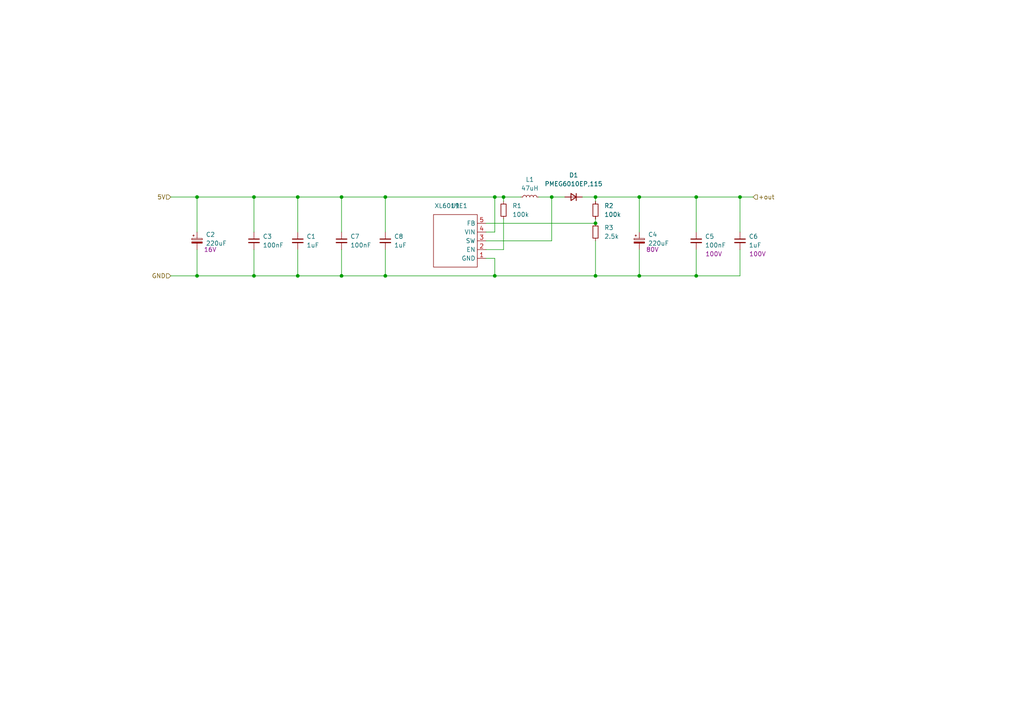
<source format=kicad_sch>
(kicad_sch (version 20230121) (generator eeschema)
  (paper "A4")
  (lib_symbols
    (symbol "Device:C_Polarized_Small" (pin_numbers hide) (pin_names (offset 0.254) hide)
      (property "Reference" "C" (at 0.254 1.778 0))
      (property "Value" "C_Polarized_Small" (at 0.254 -2.032 0))
      (symbol "C_Polarized_Small_0_1"
        (rectangle (start -1.524 -0.3048) (end 1.524 -0.6858) (fill (type outline)))
        (rectangle (start -1.524 0.6858) (end 1.524 0.3048))
        (polyline (pts (xy -1.27 1.524) (xy -0.762 1.524)))
        (polyline (pts (xy -1.016 1.27) (xy -1.016 1.778)))
      )
      (symbol "C_Polarized_Small_1_1"
        (pin passive line (at 0 2.54 270) (length 1.8542) (name "~") (number "1"))
        (pin passive line (at 0 -2.54 90) (length 1.8542) (name "~") (number "2"))
      )
    )
    (symbol "Device:C_Small" (pin_numbers hide) (pin_names (offset 0.254) hide)
      (property "Reference" "C" (at 0.254 1.778 0))
      (property "Value" "C_Small" (at 0.254 -2.032 0))
      (symbol "C_Small_0_1"
        (polyline (pts (xy -1.524 -0.508) (xy 1.524 -0.508)) (stroke (width 0.3302)))
        (polyline (pts (xy -1.524 0.508) (xy 1.524 0.508)) (stroke (width 0.3048)))
      )
      (symbol "C_Small_1_1"
        (pin passive line (at 0 2.54 270) (length 2.032) (name "~") (number "1"))
        (pin passive line (at 0 -2.54 90) (length 2.032) (name "~") (number "2"))
      )
    )
    (symbol "Device:D_Small" (pin_numbers hide) (pin_names (offset 0.254) hide)
      (property "Reference" "D" (at -1.27 2.032 0))
      (property "Value" "D_Small" (at -3.81 -2.032 0))
      (symbol "D_Small_0_1"
        (polyline (pts (xy -0.762 -1.016) (xy -0.762 1.016)) (stroke (width 0.254)))
        (polyline (pts (xy -0.762 0) (xy 0.762 0)))
        (polyline (pts (xy 0.762 -1.016) (xy -0.762 0) (xy 0.762 1.016) (xy 0.762 -1.016)) (stroke (width 0.254)))
      )
      (symbol "D_Small_1_1"
        (pin passive line (at -2.54 0 0) (length 1.778) (name "K") (number "1"))
        (pin passive line (at 2.54 0 180) (length 1.778) (name "A") (number "2"))
      )
    )
    (symbol "Device:L_Small" (pin_numbers hide) (pin_names (offset 0.254) hide)
      (property "Reference" "L" (at 0.762 1.016 0))
      (property "Value" "L_Small" (at 0.762 -1.016 0))
      (symbol "L_Small_0_1"
        (arc (start 0 -2.032) (mid 0.5058 -1.524) (end 0 -1.016))
        (arc (start 0 -1.016) (mid 0.5058 -0.508) (end 0 0))
        (arc (start 0 0) (mid 0.5058 0.508) (end 0 1.016))
        (arc (start 0 1.016) (mid 0.5058 1.524) (end 0 2.032))
      )
      (symbol "L_Small_1_1"
        (pin passive line (at 0 2.54 270) (length 0.508) (name "~") (number "1"))
        (pin passive line (at 0 -2.54 90) (length 0.508) (name "~") (number "2"))
      )
    )
    (symbol "Device:R_Small" (pin_numbers hide) (pin_names (offset 0.254) hide)
      (property "Reference" "R" (at 0.762 0.508 0))
      (property "Value" "R_Small" (at 0.762 -1.016 0))
      (symbol "R_Small_0_1"
        (rectangle (start -0.762 1.778) (end 0.762 -1.778) (stroke (width 0.2032)))
      )
      (symbol "R_Small_1_1"
        (pin passive line (at 0 2.54 270) (length 0.762) (name "~") (number "1"))
        (pin passive line (at 0 -2.54 90) (length 0.762) (name "~") (number "2"))
      )
    )
    (symbol "b146:XL6019E1"
      (property "Reference" "U" (at 0 10.16 0))
      (symbol "XL6019E1_0_1"
        (rectangle (start -5.08 7.62) (end 7.62 -7.62))
      )
      (symbol "XL6019E1_1_1"
        (pin unspecified line (at 10.16 -5.08 180) (length 2.54) (name "GND") (number "1"))
        (pin unspecified line (at 10.16 -2.54 180) (length 2.54) (name "EN") (number "2"))
        (pin unspecified line (at 10.16 0 180) (length 2.54) (name "SW") (number "3"))
        (pin unspecified line (at 10.16 2.54 180) (length 2.54) (name "VIN") (number "4"))
        (pin unspecified line (at 10.16 5.08 180) (length 2.54) (name "FB") (number "5"))
      )
    )
  )
  (junction (at 201.93 80.01))
  (junction (at 172.72 64.77))
  (junction (at 99.06 57.15))
  (junction (at 57.15 57.15))
  (junction (at 86.36 80.01))
  (junction (at 201.93 57.15))
  (junction (at 172.72 80.01))
  (junction (at 185.42 57.15))
  (junction (at 73.66 57.15))
  (junction (at 172.72 57.15))
  (junction (at 99.06 80.01))
  (junction (at 73.66 80.01))
  (junction (at 185.42 80.01))
  (junction (at 143.51 57.15))
  (junction (at 57.15 80.01))
  (junction (at 160.02 57.15))
  (junction (at 214.63 57.15))
  (junction (at 111.76 57.15))
  (junction (at 111.76 80.01))
  (junction (at 146.05 57.15))
  (junction (at 86.36 57.15))
  (junction (at 143.51 80.01))
  (wire (pts (xy 73.66 57.15) (xy 73.66 67.31)))
  (wire (pts (xy 214.63 67.31) (xy 214.63 57.15)))
  (wire (pts (xy 146.05 57.15) (xy 146.05 58.42)))
  (wire (pts (xy 160.02 69.85) (xy 160.02 57.15)))
  (wire (pts (xy 86.36 67.31) (xy 86.36 57.15)))
  (wire (pts (xy 185.42 80.01) (xy 201.93 80.01)))
  (wire (pts (xy 99.06 57.15) (xy 99.06 67.31)))
  (wire (pts (xy 214.63 57.15) (xy 218.44 57.15)))
  (wire (pts (xy 201.93 72.39) (xy 201.93 80.01)))
  (wire (pts (xy 185.42 72.39) (xy 185.42 80.01)))
  (wire (pts (xy 111.76 67.31) (xy 111.76 57.15)))
  (wire (pts (xy 156.21 57.15) (xy 160.02 57.15)))
  (wire (pts (xy 146.05 57.15) (xy 151.13 57.15)))
  (wire (pts (xy 201.93 57.15) (xy 214.63 57.15)))
  (wire (pts (xy 57.15 72.39) (xy 57.15 80.01)))
  (wire (pts (xy 86.36 57.15) (xy 99.06 57.15)))
  (wire (pts (xy 99.06 72.39) (xy 99.06 80.01)))
  (wire (pts (xy 49.53 80.01) (xy 57.15 80.01)))
  (wire (pts (xy 201.93 57.15) (xy 201.93 67.31)))
  (wire (pts (xy 172.72 80.01) (xy 185.42 80.01)))
  (wire (pts (xy 201.93 80.01) (xy 214.63 80.01)))
  (wire (pts (xy 140.97 69.85) (xy 160.02 69.85)))
  (wire (pts (xy 86.36 72.39) (xy 86.36 80.01)))
  (wire (pts (xy 99.06 57.15) (xy 111.76 57.15)))
  (wire (pts (xy 146.05 72.39) (xy 140.97 72.39)))
  (wire (pts (xy 140.97 64.77) (xy 172.72 64.77)))
  (wire (pts (xy 172.72 80.01) (xy 143.51 80.01)))
  (wire (pts (xy 160.02 57.15) (xy 163.83 57.15)))
  (wire (pts (xy 185.42 57.15) (xy 185.42 67.31)))
  (wire (pts (xy 143.51 57.15) (xy 143.51 67.31)))
  (wire (pts (xy 111.76 72.39) (xy 111.76 80.01)))
  (wire (pts (xy 143.51 67.31) (xy 140.97 67.31)))
  (wire (pts (xy 57.15 80.01) (xy 73.66 80.01)))
  (wire (pts (xy 172.72 64.77) (xy 172.72 63.5)))
  (wire (pts (xy 99.06 80.01) (xy 111.76 80.01)))
  (wire (pts (xy 143.51 80.01) (xy 143.51 74.93)))
  (wire (pts (xy 172.72 57.15) (xy 185.42 57.15)))
  (wire (pts (xy 111.76 80.01) (xy 143.51 80.01)))
  (wire (pts (xy 172.72 58.42) (xy 172.72 57.15)))
  (wire (pts (xy 57.15 57.15) (xy 57.15 67.31)))
  (wire (pts (xy 73.66 80.01) (xy 86.36 80.01)))
  (wire (pts (xy 111.76 57.15) (xy 143.51 57.15)))
  (wire (pts (xy 172.72 69.85) (xy 172.72 80.01)))
  (wire (pts (xy 185.42 57.15) (xy 201.93 57.15)))
  (wire (pts (xy 214.63 72.39) (xy 214.63 80.01)))
  (wire (pts (xy 73.66 72.39) (xy 73.66 80.01)))
  (wire (pts (xy 172.72 57.15) (xy 168.91 57.15)))
  (wire (pts (xy 57.15 57.15) (xy 73.66 57.15)))
  (wire (pts (xy 49.53 57.15) (xy 57.15 57.15)))
  (wire (pts (xy 146.05 63.5) (xy 146.05 72.39)))
  (wire (pts (xy 143.51 57.15) (xy 146.05 57.15)))
  (wire (pts (xy 86.36 80.01) (xy 99.06 80.01)))
  (wire (pts (xy 73.66 57.15) (xy 86.36 57.15)))
  (wire (pts (xy 143.51 74.93) (xy 140.97 74.93)))
  (hierarchical_label "GND" (shape input) (at 49.53 80.01 180))
  (hierarchical_label "+out" (shape input) (at 218.44 57.15 0))
  (hierarchical_label "5V" (shape input) (at 49.53 57.15 180))
  (symbol (lib_id "Device:R_Small") (at 172.72 60.96 0) (unit 1)
    (property "Reference" "R2" (at 175.26 59.69 0) (effects (justify left)))
    (property "Value" "100k" (at 175.26 62.23 0) (effects (justify left)))
    (property "Footprint" "Resistor_SMD:R_0603_1608Metric" (effects hide))
  )
  (symbol (lib_id "Device:C_Small") (at 111.76 69.85 0) (unit 1)
    (property "Reference" "C8" (at 114.3 68.5863 0) (effects (justify left)))
    (property "Value" "1uF" (at 114.3 71.1263 0) (effects (justify left)))
    (property "Footprint" "Capacitor_SMD:C_0603_1608Metric" (effects hide))
  )
  (symbol (lib_id "Device:C_Small") (at 99.06 69.85 0) (unit 1)
    (property "Reference" "C7" (at 101.6 68.5863 0) (effects (justify left)))
    (property "Value" "100nF" (at 101.6 71.1263 0) (effects (justify left)))
    (property "Footprint" "Capacitor_SMD:C_0603_1608Metric" (effects hide))
  )
  (symbol (lib_id "Device:C_Small") (at 73.66 69.85 0) (unit 1)
    (property "Reference" "C3" (at 76.2 68.5863 0) (effects (justify left)))
    (property "Value" "100nF" (at 76.2 71.1263 0) (effects (justify left)))
    (property "Footprint" "Capacitor_SMD:C_0603_1608Metric" (effects hide))
  )
  (symbol (lib_id "Device:R_Small") (at 172.72 67.31 0) (unit 1)
    (property "Reference" "R3" (at 175.26 66.04 0) (effects (justify left)))
    (property "Value" "2.5k" (at 175.26 68.58 0) (effects (justify left)))
    (property "Footprint" "Resistor_SMD:R_0603_1608Metric" (effects hide))
  )
  (symbol (lib_id "Device:C_Polarized_Small") (at 185.42 69.85 0) (unit 1)
    (property "Reference" "C4" (at 187.96 68.0339 0) (effects (justify left)))
    (property "Value" "220uF" (at 187.96 70.5739 0) (effects (justify left)))
    (property "Footprint" "Capacitor_SMD:CP_Elec_10x14.3" (effects hide))
    (property "Voltage" "80V" (at 189.23 72.39 0))
    (property "MPN" "VKME1651K221MV" (effects hide))
  )
  (symbol (lib_id "Device:C_Small") (at 201.93 69.85 0) (unit 1)
    (property "Reference" "C5" (at 204.47 68.5863 0) (effects (justify left)))
    (property "Value" "100nF" (at 204.47 71.1263 0) (effects (justify left)))
    (property "Footprint" "Capacitor_SMD:C_0603_1608Metric" (effects hide))
    (property "Voltage" "100V" (at 207.01 73.66 0))
  )
  (symbol (lib_id "b146:XL6019E1") (at 130.81 69.85 0) (unit 1)
    (property "Reference" "U1" (at 132.08 59.69 0))
    (property "Value" "XL6019E1" (at 130.81 59.69 0))
    (property "Footprint" "Package_TO_SOT_SMD:TO-263-5_TabPin3" (effects hide))
  )
  (symbol (lib_id "Device:D_Small") (at 166.37 57.15 180) (unit 1)
    (property "Reference" "D1" (at 166.37 50.8 0))
    (property "Value" "PMEG6010EP,115" (at 166.37 53.34 0))
    (property "Footprint" "Diode_SMD:D_SOD-128" (effects hide))
  )
  (symbol (lib_id "Device:C_Small") (at 86.36 69.85 0) (unit 1)
    (property "Reference" "C1" (at 88.9 68.5863 0) (effects (justify left)))
    (property "Value" "1uF" (at 88.9 71.1263 0) (effects (justify left)))
    (property "Footprint" "Capacitor_SMD:C_0603_1608Metric" (effects hide))
  )
  (symbol (lib_id "Device:C_Small") (at 214.63 69.85 0) (unit 1)
    (property "Reference" "C6" (at 217.17 68.5863 0) (effects (justify left)))
    (property "Value" "1uF" (at 217.17 71.1263 0) (effects (justify left)))
    (property "Footprint" "Capacitor_SMD:C_1206_3216Metric" (effects hide))
    (property "Voltage" "100V" (at 219.71 73.66 0))
  )
  (symbol (lib_id "Device:C_Polarized_Small") (at 57.15 69.85 0) (unit 1)
    (property "Reference" "C2" (at 59.69 68.0339 0) (effects (justify left)))
    (property "Value" "220uF" (at 59.69 70.5739 0) (effects (justify left)))
    (property "Footprint" "Capacitor_SMD:CP_Elec_10x14.3" (effects hide))
    (property "Voltage" "16V" (at 60.96 72.39 0))
  )
  (symbol (lib_id "Device:L_Small") (at 153.67 57.15 90) (unit 1)
    (property "Reference" "L1" (at 153.67 52.07 90))
    (property "Value" "47uH" (at 153.67 54.61 90))
    (property "Footprint" "Inductor_SMD:L_Sunlord_MWSA1206S-470" (effects hide))
    (property "MPN" "YSPI1365-470M" (effects hide))
  )
  (symbol (lib_id "Device:R_Small") (at 146.05 60.96 0) (unit 1)
    (property "Reference" "R1" (at 148.59 59.69 0) (effects (justify left)))
    (property "Value" "100k" (at 148.59 62.23 0) (effects (justify left)))
    (property "Footprint" "Resistor_SMD:R_0603_1608Metric" (effects hide))
  )
)
</source>
